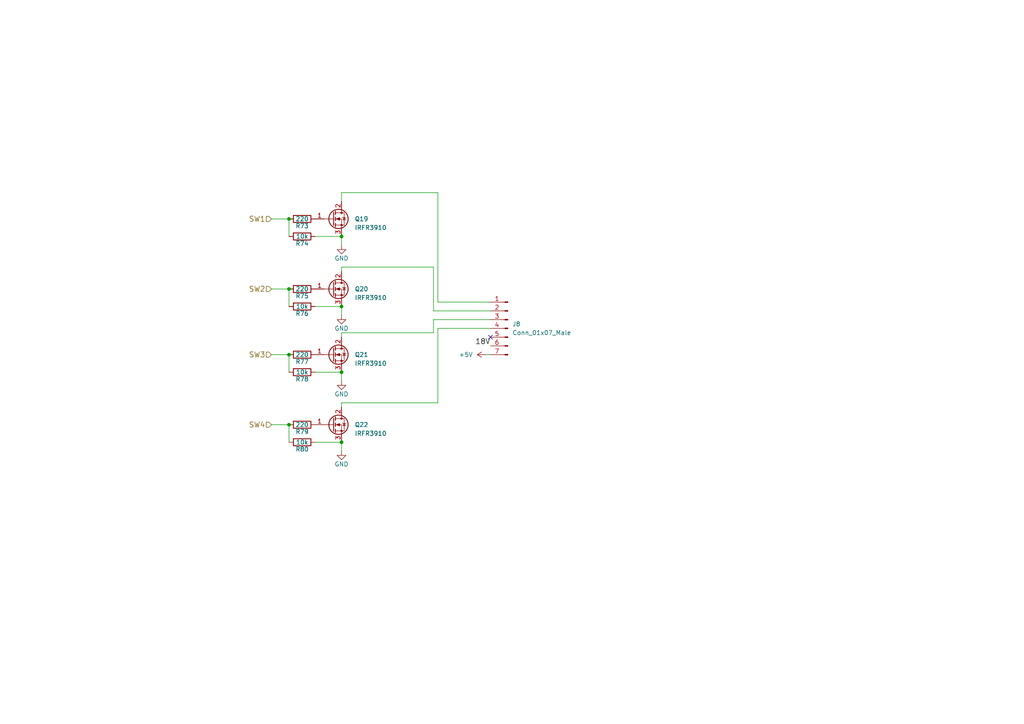
<source format=kicad_sch>
(kicad_sch (version 20211123) (generator eeschema)
  (paper "A4")
  (lib_symbols
    (symbol "Connector:Conn_01x07_Male" (pin_names (offset 1.016) hide)
      (property "Reference" "J" (at 0 10.16 0))
      (property "Value" "Conn_01x07_Male" (at 0 -10.16 0))
      (symbol "Conn_01x07_Male_1_1"
        (polyline (pts (xy 1.27 -7.62) (xy 0.8636 -7.62)) (stroke (width 0.1524)))
        (polyline (pts (xy 1.27 -5.08) (xy 0.8636 -5.08)) (stroke (width 0.1524)))
        (polyline (pts (xy 1.27 -2.54) (xy 0.8636 -2.54)) (stroke (width 0.1524)))
        (polyline (pts (xy 1.27 0) (xy 0.8636 0)) (stroke (width 0.1524)))
        (polyline (pts (xy 1.27 2.54) (xy 0.8636 2.54)) (stroke (width 0.1524)))
        (polyline (pts (xy 1.27 5.08) (xy 0.8636 5.08)) (stroke (width 0.1524)))
        (polyline (pts (xy 1.27 7.62) (xy 0.8636 7.62)) (stroke (width 0.1524)))
        (rectangle (start 0.8636 -7.493) (end 0 -7.747) (stroke (width 0.1524)) (fill (type outline)))
        (rectangle (start 0.8636 -4.953) (end 0 -5.207) (stroke (width 0.1524)) (fill (type outline)))
        (rectangle (start 0.8636 -2.413) (end 0 -2.667) (stroke (width 0.1524)) (fill (type outline)))
        (rectangle (start 0.8636 0.127) (end 0 -0.127) (stroke (width 0.1524)) (fill (type outline)))
        (rectangle (start 0.8636 2.667) (end 0 2.413) (stroke (width 0.1524)) (fill (type outline)))
        (rectangle (start 0.8636 5.207) (end 0 4.953) (stroke (width 0.1524)) (fill (type outline)))
        (rectangle (start 0.8636 7.747) (end 0 7.493) (stroke (width 0.1524)) (fill (type outline)))
        (pin passive line (at 5.08 7.62 180) (length 3.81) (name "Pin_1") (number "1"))
        (pin passive line (at 5.08 5.08 180) (length 3.81) (name "Pin_2") (number "2"))
        (pin passive line (at 5.08 2.54 180) (length 3.81) (name "Pin_3") (number "3"))
        (pin passive line (at 5.08 0 180) (length 3.81) (name "Pin_4") (number "4"))
        (pin passive line (at 5.08 -2.54 180) (length 3.81) (name "Pin_5") (number "5"))
        (pin passive line (at 5.08 -5.08 180) (length 3.81) (name "Pin_6") (number "6"))
        (pin passive line (at 5.08 -7.62 180) (length 3.81) (name "Pin_7") (number "7"))
      )
    )
    (symbol "Device:R" (pin_numbers hide) (pin_names (offset 0))
      (property "Reference" "R" (at 2.032 0 90))
      (property "Value" "R" (at 0 0 90))
      (symbol "R_0_1"
        (rectangle (start -1.016 -2.54) (end 1.016 2.54) (stroke (width 0.254)))
      )
      (symbol "R_1_1"
        (pin passive line (at 0 3.81 270) (length 1.27) (name "~") (number "1"))
        (pin passive line (at 0 -3.81 90) (length 1.27) (name "~") (number "2"))
      )
    )
    (symbol "Transistor_FET:IRF540N" (pin_names hide)
      (property "Reference" "Q" (at 6.35 1.905 0))
      (property "Value" "IRF540N" (at 6.35 0 0))
      (symbol "IRF540N_0_1"
        (polyline (pts (xy 0.254 0) (xy -2.54 0)))
        (polyline (pts (xy 0.254 1.905) (xy 0.254 -1.905)) (stroke (width 0.254)))
        (polyline (pts (xy 0.762 -1.27) (xy 0.762 -2.286)) (stroke (width 0.254)))
        (polyline (pts (xy 0.762 0.508) (xy 0.762 -0.508)) (stroke (width 0.254)))
        (polyline (pts (xy 0.762 2.286) (xy 0.762 1.27)) (stroke (width 0.254)))
        (polyline (pts (xy 2.54 2.54) (xy 2.54 1.778)))
        (polyline (pts (xy 2.54 -2.54) (xy 2.54 0) (xy 0.762 0)))
        (polyline (pts (xy 0.762 -1.778) (xy 3.302 -1.778) (xy 3.302 1.778) (xy 0.762 1.778)))
        (polyline (pts (xy 1.016 0) (xy 2.032 0.381) (xy 2.032 -0.381) (xy 1.016 0)) (fill (type outline)))
        (polyline (pts (xy 2.794 0.508) (xy 2.921 0.381) (xy 3.683 0.381) (xy 3.81 0.254)))
        (polyline (pts (xy 3.302 0.381) (xy 2.921 -0.254) (xy 3.683 -0.254) (xy 3.302 0.381)))
        (circle (center 1.651 0) (radius 2.794) (stroke (width 0.254)))
        (circle (center 2.54 -1.778) (radius 0.254) (fill (type outline)))
        (circle (center 2.54 1.778) (radius 0.254) (fill (type outline)))
      )
      (symbol "IRF540N_1_1"
        (pin input line (at -5.08 0 0) (length 2.54) (name "G") (number "1"))
        (pin passive line (at 2.54 5.08 270) (length 2.54) (name "D") (number "2"))
        (pin passive line (at 2.54 -5.08 90) (length 2.54) (name "S") (number "3"))
      )
    )
    (symbol "power:+5V" (power) (pin_names (offset 0))
      (property "Value" "+5V" (at 0 3.556 0))
      (symbol "+5V_0_1"
        (polyline (pts (xy -0.762 1.27) (xy 0 2.54)))
        (polyline (pts (xy 0 0) (xy 0 2.54)))
        (polyline (pts (xy 0 2.54) (xy 0.762 1.27)))
      )
      (symbol "+5V_1_1"
        (pin power_in line (at 0 0 90) (length 0) hide (name "+5V") (number "1"))
      )
    )
    (symbol "power:GND" (power) (pin_names (offset 0))
      (property "Value" "GND" (at 0 -3.81 0))
      (symbol "GND_0_1"
        (polyline (pts (xy 0 0) (xy 0 -1.27) (xy 1.27 -1.27) (xy 0 -2.54) (xy -1.27 -1.27) (xy 0 -1.27)))
      )
      (symbol "GND_1_1"
        (pin power_in line (at 0 0 270) (length 0) hide (name "GND") (number "1"))
      )
    )
  )
  (junction (at 83.82 123.19))
  (junction (at 83.82 83.82))
  (junction (at 99.06 107.95))
  (junction (at 99.06 68.58))
  (junction (at 83.82 63.5))
  (junction (at 83.82 102.87))
  (junction (at 99.06 128.27))
  (junction (at 99.06 88.9))
  (no_connect (at 142.24 97.79))
  (wire (pts (xy 142.24 87.63) (xy 127 87.63)))
  (wire (pts (xy 99.06 96.52) (xy 125.73 96.52)))
  (wire (pts (xy 99.06 77.47) (xy 125.73 77.47)))
  (wire (pts (xy 125.73 77.47) (xy 125.73 90.17)))
  (wire (pts (xy 83.82 128.27) (xy 83.82 123.19)))
  (wire (pts (xy 83.82 88.9) (xy 83.82 83.82)))
  (wire (pts (xy 78.74 83.82) (xy 83.82 83.82)))
  (wire (pts (xy 78.74 102.87) (xy 83.82 102.87)))
  (wire (pts (xy 78.74 63.5) (xy 83.82 63.5)))
  (wire (pts (xy 99.06 97.79) (xy 99.06 96.52)))
  (wire (pts (xy 78.74 123.19) (xy 83.82 123.19)))
  (wire (pts (xy 99.06 107.95) (xy 99.06 110.49)))
  (wire (pts (xy 99.06 58.42) (xy 99.06 55.88)))
  (wire (pts (xy 91.44 68.58) (xy 99.06 68.58)))
  (wire (pts (xy 99.06 78.74) (xy 99.06 77.47)))
  (wire (pts (xy 125.73 96.52) (xy 125.73 92.71)))
  (wire (pts (xy 99.06 68.58) (xy 99.06 71.12)))
  (wire (pts (xy 99.06 128.27) (xy 99.06 130.81)))
  (wire (pts (xy 127 55.88) (xy 127 87.63)))
  (wire (pts (xy 91.44 88.9) (xy 99.06 88.9)))
  (wire (pts (xy 91.44 107.95) (xy 99.06 107.95)))
  (wire (pts (xy 99.06 116.84) (xy 99.06 118.11)))
  (wire (pts (xy 127 116.84) (xy 99.06 116.84)))
  (wire (pts (xy 83.82 68.58) (xy 83.82 63.5)))
  (wire (pts (xy 99.06 88.9) (xy 99.06 91.44)))
  (wire (pts (xy 140.97 102.87) (xy 142.24 102.87)))
  (wire (pts (xy 127 95.25) (xy 142.24 95.25)))
  (wire (pts (xy 99.06 55.88) (xy 127 55.88)))
  (wire (pts (xy 127 95.25) (xy 127 116.84)))
  (wire (pts (xy 83.82 107.95) (xy 83.82 102.87)))
  (wire (pts (xy 125.73 90.17) (xy 142.24 90.17)))
  (wire (pts (xy 125.73 92.71) (xy 142.24 92.71)))
  (wire (pts (xy 91.44 128.27) (xy 99.06 128.27)))
  (label "18V" (at 142.24 100.33 180) (effects (font (size 1.524 1.524))))
  (hierarchical_label "SW3" (shape input) (at 78.74 102.87 180) (effects (font (size 1.524 1.524))))
  (hierarchical_label "SW2" (shape input) (at 78.74 83.82 180) (effects (font (size 1.524 1.524))))
  (hierarchical_label "SW1" (shape input) (at 78.74 63.5 180) (effects (font (size 1.524 1.524))))
  (hierarchical_label "SW4" (shape input) (at 78.74 123.19 180) (effects (font (size 1.524 1.524))))
  (symbol (lib_id "Device:R") (at 87.63 128.27 270) (unit 1)
    (property "Reference" "R80" (at 87.63 130.302 90))
    (property "Value" "10k" (at 87.63 128.27 90))
    (property "Footprint" "Resistor_SMD:R_0402_1005Metric" (effects hide))
    (property "LCSC" "C84376" (effects hide))
  )
  (symbol (lib_id "Device:R") (at 87.63 107.95 270) (unit 1)
    (property "Reference" "R78" (at 87.63 109.982 90))
    (property "Value" "10k" (at 87.63 107.95 90))
    (property "Footprint" "Resistor_SMD:R_0402_1005Metric" (effects hide))
    (property "LCSC" "C84376" (effects hide))
  )
  (symbol (lib_id "power:+5V") (at 140.97 102.87 90) (unit 1)
    (property "Reference" "#PWR0105" (effects hide))
    (property "Value" "+5V" (at 137.16 102.8699 90) (effects (justify left)))
  )
  (symbol (lib_id "power:GND") (at 99.06 110.49 0) (unit 1)
    (property "Reference" "#PWR047" (effects hide))
    (property "Value" "GND" (at 99.06 114.3 0))
  )
  (symbol (lib_id "Device:R") (at 87.63 102.87 270) (unit 1)
    (property "Reference" "R77" (at 87.63 104.902 90))
    (property "Value" "220" (at 87.63 102.87 90))
    (property "Footprint" "Resistor_SMD:R_0402_1005Metric" (effects hide))
    (property "LCSC" "C17557" (effects hide))
  )
  (symbol (lib_id "Device:R") (at 87.63 88.9 270) (unit 1)
    (property "Reference" "R76" (at 87.63 90.932 90))
    (property "Value" "10k" (at 87.63 88.9 90))
    (property "Footprint" "Resistor_SMD:R_0402_1005Metric" (effects hide))
    (property "LCSC" "C84376" (effects hide))
  )
  (symbol (lib_id "Transistor_FET:IRF540N") (at 96.52 63.5 0) (unit 1)
    (property "Reference" "Q19" (at 102.87 63.5 0) (effects (justify left)))
    (property "Value" "IRFR3910" (at 102.87 66.04 0) (effects (justify left)))
    (property "Footprint" "Package_TO_SOT_SMD:TO-252-2" (effects hide))
    (property "LCSC" "C725083" (effects hide))
  )
  (symbol (lib_id "power:GND") (at 99.06 130.81 0) (unit 1)
    (property "Reference" "#PWR048" (effects hide))
    (property "Value" "GND" (at 99.06 134.62 0))
  )
  (symbol (lib_id "Device:R") (at 87.63 63.5 270) (unit 1)
    (property "Reference" "R73" (at 87.63 65.532 90))
    (property "Value" "220" (at 87.63 63.5 90))
    (property "Footprint" "Resistor_SMD:R_0402_1005Metric" (effects hide))
    (property "LCSC" "C17557" (effects hide))
  )
  (symbol (lib_id "power:GND") (at 99.06 91.44 0) (unit 1)
    (property "Reference" "#PWR046" (effects hide))
    (property "Value" "GND" (at 99.06 95.25 0))
  )
  (symbol (lib_id "power:GND") (at 99.06 71.12 0) (unit 1)
    (property "Reference" "#PWR045" (effects hide))
    (property "Value" "GND" (at 99.06 74.93 0))
  )
  (symbol (lib_id "Device:R") (at 87.63 68.58 270) (unit 1)
    (property "Reference" "R74" (at 87.63 70.612 90))
    (property "Value" "10k" (at 87.63 68.58 90))
    (property "Footprint" "Resistor_SMD:R_0402_1005Metric" (effects hide))
    (property "LCSC" "C84376" (effects hide))
  )
  (symbol (lib_id "Connector:Conn_01x07_Male") (at 147.32 95.25 0) (mirror y) (unit 1)
    (property "Reference" "J8" (at 148.59 93.9799 0) (effects (justify right)))
    (property "Value" "Conn_01x07_Male" (at 148.59 96.5199 0) (effects (justify right)))
    (property "Footprint" "Connector_Molex:Molex_KK-396_A-41791-0007_1x07_P3.96mm_Vertical" (effects hide))
  )
  (symbol (lib_id "Transistor_FET:IRF540N") (at 96.52 123.19 0) (unit 1)
    (property "Reference" "Q22" (at 102.87 123.19 0) (effects (justify left)))
    (property "Value" "IRFR3910" (at 102.87 125.73 0) (effects (justify left)))
    (property "Footprint" "Package_TO_SOT_SMD:TO-252-2" (effects hide))
    (property "LCSC" "C725083" (effects hide))
  )
  (symbol (lib_id "Transistor_FET:IRF540N") (at 96.52 102.87 0) (unit 1)
    (property "Reference" "Q21" (at 102.87 102.87 0) (effects (justify left)))
    (property "Value" "IRFR3910" (at 102.87 105.41 0) (effects (justify left)))
    (property "Footprint" "Package_TO_SOT_SMD:TO-252-2" (effects hide))
    (property "LCSC" "C725083" (effects hide))
  )
  (symbol (lib_id "Device:R") (at 87.63 123.19 270) (unit 1)
    (property "Reference" "R79" (at 87.63 125.222 90))
    (property "Value" "220" (at 87.63 123.19 90))
    (property "Footprint" "Resistor_SMD:R_0402_1005Metric" (effects hide))
    (property "LCSC" "C17557" (effects hide))
  )
  (symbol (lib_id "Device:R") (at 87.63 83.82 270) (unit 1)
    (property "Reference" "R75" (at 87.63 85.852 90))
    (property "Value" "220" (at 87.63 83.82 90))
    (property "Footprint" "Resistor_SMD:R_0402_1005Metric" (effects hide))
    (property "LCSC" "C17557" (effects hide))
  )
  (symbol (lib_id "Transistor_FET:IRF540N") (at 96.52 83.82 0) (unit 1)
    (property "Reference" "Q20" (at 102.87 83.82 0) (effects (justify left)))
    (property "Value" "IRFR3910" (at 102.87 86.36 0) (effects (justify left)))
    (property "Footprint" "Package_TO_SOT_SMD:TO-252-2" (effects hide))
    (property "LCSC" "C725083" (effects hide))
  )
)
</source>
